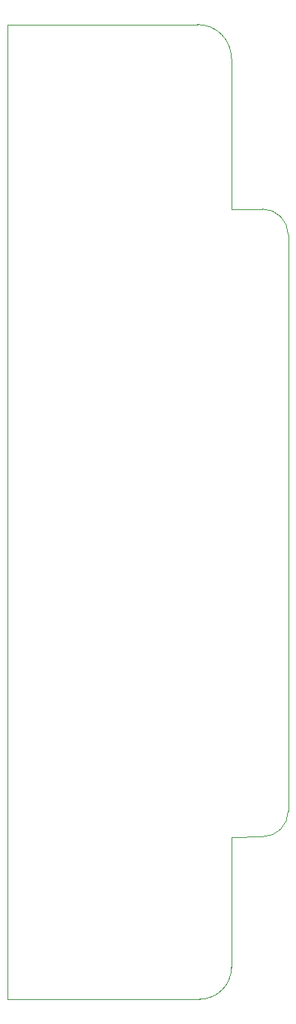
<source format=gbr>
%TF.GenerationSoftware,KiCad,Pcbnew,9.0.2*%
%TF.CreationDate,2025-05-30T14:59:29+02:00*%
%TF.ProjectId,eurorack-pmod-pcb,6575726f-7261-4636-9b2d-706d6f642d70,rev?*%
%TF.SameCoordinates,Original*%
%TF.FileFunction,Profile,NP*%
%FSLAX46Y46*%
G04 Gerber Fmt 4.6, Leading zero omitted, Abs format (unit mm)*
G04 Created by KiCad (PCBNEW 9.0.2) date 2025-05-30 14:59:29*
%MOMM*%
%LPD*%
G01*
G04 APERTURE LIST*
%TA.AperFunction,Profile*%
%ADD10C,0.100000*%
%TD*%
G04 APERTURE END LIST*
D10*
X9000000Y-20824236D02*
X5500000Y-20828000D01*
X9000000Y-20824236D02*
G75*
G02*
X11925764Y-23750000I0J-2925764D01*
G01*
X5500000Y-91694000D02*
X5500000Y-106426000D01*
X5500000Y-106426000D02*
G75*
G02*
X1930000Y-109996000I-3570000J0D01*
G01*
X5500000Y-3810000D02*
X5500000Y-20828000D01*
X-19800000Y0D02*
X-19800000Y-110000000D01*
X11925763Y-88749999D02*
G75*
G02*
X8999999Y-91675763I-2925763J-1D01*
G01*
X11925764Y-23750000D02*
X11925763Y-88749999D01*
X1930000Y-109996000D02*
X-19800000Y-110000000D01*
X5500000Y-91694000D02*
X8999999Y-91675763D01*
X1690000Y0D02*
X-19800000Y0D01*
X1690000Y0D02*
G75*
G02*
X5500000Y-3810000I0J-3810000D01*
G01*
M02*

</source>
